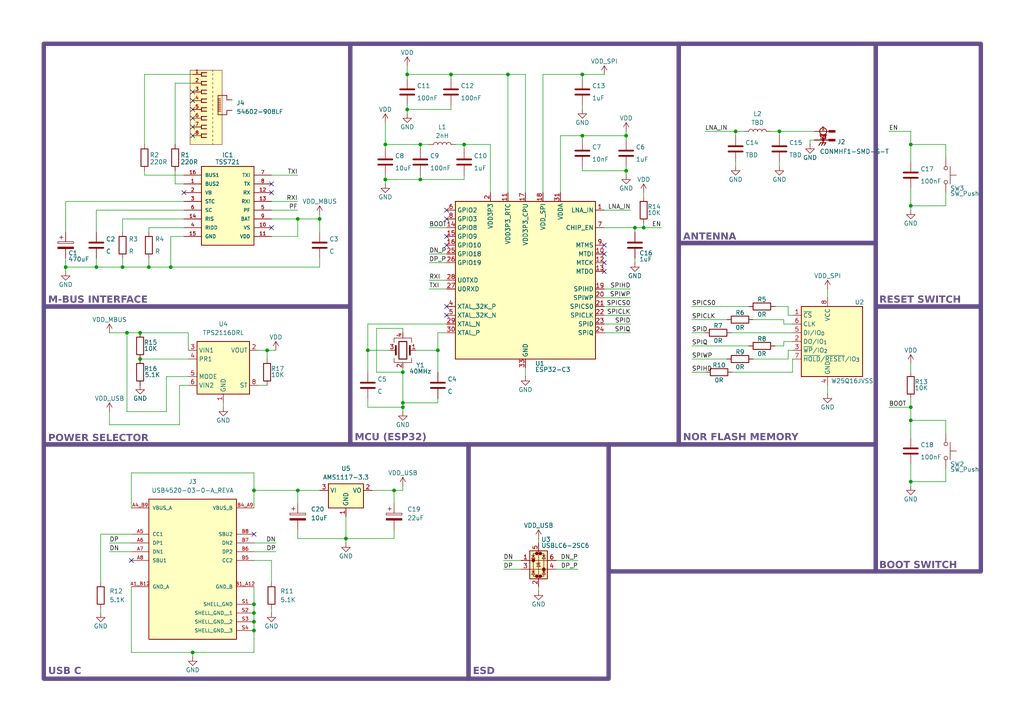
<source format=kicad_sch>
(kicad_sch (version 20250114) (generator "eeschema") (generator_version "9.0")
  (paper "A4")
  (lib_symbols
    (symbol "54602-908LF:54602-908LF" (pin_names (offset 1.016))
      (property "Reference" "J" (at 5.0956 10.1912 0))
      (property "Value" "54602-908LF" (at 5.1004 -10.2008 0))
      (symbol "54602-908LF_0_0"
        (pin passive line (at -2.54 10.16 0) (length 2.54) (name "~") (number "1"))
        (pin passive line (at -2.54 7.62 0) (length 2.54) (name "~") (number "2"))
        (pin passive line (at -2.54 5.08 0) (length 2.54) (name "~") (number "3"))
        (pin passive line (at -2.54 2.54 0) (length 2.54) (name "~") (number "4"))
        (pin passive line (at -2.54 0 0) (length 2.54) (name "~") (number "5"))
        (pin passive line (at -2.54 -2.54 0) (length 2.54) (name "~") (number "6"))
        (pin passive line (at -2.54 -5.08 0) (length 2.54) (name "~") (number "7"))
        (pin passive line (at -2.54 -7.62 0) (length 2.54) (name "~") (number "8"))
      )
    )
    (symbol "CONMHF1-SMD-G-T:CONMHF1-SMD-G-T" (pin_names (offset 1.016))
      (property "Reference" "J" (at -3.81 1.524 0))
      (property "Value" "CONMHF1-SMD-G-T" (at -4.064 -6.858 0))
      (symbol "CONMHF1-SMD-G-T_0_0"
        (pin passive line (at -2.54 0 0) (length 5.08) (name "~") (number "1"))
        (pin passive line (at -2.54 -2.54 0) (length 5.08) (name "~") (number "S1"))
        (pin passive line (at -2.54 -2.54 0) (length 5.08) (name "~") (number "S2"))
        (pin passive line (at -2.54 -2.54 0) (length 5.08) (name "~") (number "S3"))
      )
    )
    (symbol "Device:C" (pin_numbers (hide yes)) (pin_names (offset 0.254))
      (property "Reference" "C" (at 0.635 2.54 0))
      (property "Value" "C" (at 0.635 -2.54 0))
      (symbol "C_1_1"
        (pin passive line (at 0 3.81 270) (length 2.794) (name "~") (number "1"))
        (pin passive line (at 0 -3.81 90) (length 2.794) (name "~") (number "2"))
      )
    )
    (symbol "Device:C_Polarized" (pin_numbers (hide yes)) (pin_names (offset 0.254))
      (property "Reference" "C" (at 0.635 2.54 0))
      (property "Value" "C_Polarized" (at 0.635 -2.54 0))
      (symbol "C_Polarized_1_1"
        (pin passive line (at 0 3.81 270) (length 2.794) (name "~") (number "1"))
        (pin passive line (at 0 -3.81 90) (length 2.794) (name "~") (number "2"))
      )
    )
    (symbol "Device:Crystal_GND24" (pin_names (offset 1.016) (hide yes))
      (property "Reference" "Y" (at 3.175 5.08 0))
      (property "Value" "Crystal_GND24" (at 3.175 3.175 0))
      (symbol "Crystal_GND24_1_1"
        (pin passive line (at -3.81 0 0) (length 1.27) (name "1") (number "1"))
        (pin passive line (at 0 5.08 270) (length 1.27) (name "2") (number "2"))
        (pin passive line (at 0 -5.08 90) (length 1.27) (name "4") (number "4"))
        (pin passive line (at 3.81 0 180) (length 1.27) (name "3") (number "3"))
      )
    )
    (symbol "Device:L" (pin_numbers (hide yes)) (pin_names (offset 1.016) (hide yes))
      (property "Reference" "L" (at -1.27 0 90))
      (property "Value" "L" (at 1.905 0 90))
      (symbol "L_1_1"
        (pin passive line (at 0 3.81 270) (length 1.27) (name "1") (number "1"))
        (pin passive line (at 0 -3.81 90) (length 1.27) (name "2") (number "2"))
      )
    )
    (symbol "Device:R" (pin_numbers (hide yes)) (pin_names (offset 0))
      (property "Reference" "R" (at 2.032 0 90))
      (property "Value" "R" (at 0 0 90))
      (symbol "R_1_1"
        (pin passive line (at 0 3.81 270) (length 1.27) (name "~") (number "1"))
        (pin passive line (at 0 -3.81 90) (length 1.27) (name "~") (number "2"))
      )
    )
    (symbol "MCU_Espressif:ESP32-C3"
      (property "Reference" "U" (at -17.272 23.876 0))
      (property "Value" "ESP32-C3" (at 16.256 23.876 0))
      (symbol "ESP32-C3_1_1"
        (pin bidirectional line (at -22.86 20.32 0) (length 2.54) (name "GPIO2") (number "6"))
        (pin bidirectional line (at -22.86 17.78 0) (length 2.54) (name "GPIO3") (number "8"))
        (pin bidirectional line (at -22.86 15.24 0) (length 2.54) (name "GPIO8") (number "14"))
        (pin bidirectional line (at -22.86 12.7 0) (length 2.54) (name "GPIO9") (number "15"))
        (pin bidirectional line (at -22.86 10.16 0) (length 2.54) (name "GPIO10") (number "16"))
        (pin bidirectional line (at -22.86 7.62 0) (length 2.54) (name "GPIO18") (number "25"))
        (pin bidirectional line (at -22.86 5.08 0) (length 2.54) (name "GPIO19") (number "26"))
        (pin bidirectional line (at -22.86 0 0) (length 2.54) (name "U0TXD") (number "28"))
        (pin bidirectional line (at -22.86 -2.54 0) (length 2.54) (name "U0RXD") (number "27"))
        (pin bidirectional line (at -22.86 -7.62 0) (length 2.54) (name "XTAL_32K_P") (number "4"))
        (pin bidirectional line (at -22.86 -10.16 0) (length 2.54) (name "XTAL_32K_N") (number "5"))
        (pin bidirectional line (at -22.86 -12.7 0) (length 2.54) (name "XTAL_N") (number "29"))
        (pin bidirectional line (at -22.86 -15.24 0) (length 2.54) (name "XTAL_P") (number "30"))
        (pin power_in line (at -10.16 25.4 270) (length 2.54) (name "VDD3P3") (number "2"))
        (pin passive line (at -10.16 25.4 270) (length 2.54) (hide yes) (name "VDD3P3") (number "3"))
        (pin power_in line (at -5.08 25.4 270) (length 2.54) (name "VDD3P3_RTC") (number "11"))
        (pin power_in line (at 0 25.4 270) (length 2.54) (name "VDD3P3_CPU") (number "17"))
        (pin power_in line (at 0 -25.4 90) (length 2.54) (name "GND") (number "33"))
        (pin power_out line (at 5.08 25.4 270) (length 2.54) (name "VDD_SPI") (number "18"))
        (pin power_in line (at 10.16 25.4 270) (length 2.54) (name "VDDA") (number "31"))
        (pin passive line (at 10.16 25.4 270) (length 2.54) (hide yes) (name "VDDA") (number "32"))
        (pin bidirectional line (at 22.86 20.32 180) (length 2.54) (name "LNA_IN") (number "1"))
        (pin bidirectional line (at 22.86 15.24 180) (length 2.54) (name "CHIP_EN") (number "7"))
        (pin bidirectional line (at 22.86 10.16 180) (length 2.54) (name "MTMS") (number "9"))
        (pin bidirectional line (at 22.86 7.62 180) (length 2.54) (name "MTDI") (number "10"))
        (pin bidirectional line (at 22.86 5.08 180) (length 2.54) (name "MTCK") (number "12"))
        (pin bidirectional line (at 22.86 2.54 180) (length 2.54) (name "MTDO") (number "13"))
        (pin bidirectional line (at 22.86 -2.54 180) (length 2.54) (name "SPIHD") (number "19"))
        (pin bidirectional line (at 22.86 -5.08 180) (length 2.54) (name "SPIWP") (number "20"))
        (pin bidirectional line (at 22.86 -7.62 180) (length 2.54) (name "SPICS0") (number "21"))
        (pin bidirectional line (at 22.86 -10.16 180) (length 2.54) (name "SPICLK") (number "22"))
        (pin bidirectional line (at 22.86 -12.7 180) (length 2.54) (name "SPID") (number "23"))
        (pin bidirectional line (at 22.86 -15.24 180) (length 2.54) (name "SPIQ") (number "24"))
      )
    )
    (symbol "Memory_Flash:W25Q16JVSS"
      (property "Reference" "U" (at -6.35 11.43 0))
      (property "Value" "W25Q16JVSS" (at 7.62 11.43 0))
      (symbol "W25Q16JVSS_1_1"
        (pin input line (at -10.16 7.62 0) (length 2.54) (name "~{CS}") (number "1"))
        (pin input line (at -10.16 5.08 0) (length 2.54) (name "CLK") (number "6"))
        (pin bidirectional line (at -10.16 2.54 0) (length 2.54) (name "DI/IO_{0}") (number "5"))
        (pin bidirectional line (at -10.16 0 0) (length 2.54) (name "DO/IO_{1}") (number "2"))
        (pin bidirectional line (at -10.16 -2.54 0) (length 2.54) (name "~{WP}/IO_{2}") (number "3"))
        (pin bidirectional line (at -10.16 -5.08 0) (length 2.54) (name "~{HOLD}/~{RESET}/IO_{3}") (number "7"))
        (pin power_in line (at 0 12.7 270) (length 2.54) (name "VCC") (number "8"))
        (pin power_in line (at 0 -12.7 90) (length 2.54) (name "GND") (number "4"))
      )
    )
    (symbol "Power_Management:TPS2116DRL"
      (property "Reference" "U" (at -7.874 9.144 0))
      (property "Value" "TPS2116DRL" (at 0.508 -8.89 0))
      (symbol "TPS2116DRL_1_0"
        (pin power_out line (at 10.16 5.08 180) (length 2.54) (hide yes) (name "VOUT") (number "7"))
      )
      (symbol "TPS2116DRL_1_1"
        (pin power_in line (at -10.16 5.08 0) (length 2.54) (name "VIN1") (number "3"))
        (pin input line (at -10.16 2.54 0) (length 2.54) (name "PR1") (number "4"))
        (pin input line (at -10.16 -2.54 0) (length 2.54) (name "MODE") (number "5"))
        (pin power_in line (at -10.16 -5.08 0) (length 2.54) (name "VIN2") (number "6"))
        (pin power_in line (at 0 -10.16 90) (length 2.54) (name "GND") (number "1"))
        (pin power_out line (at 10.16 5.08 180) (length 2.54) (name "VOUT") (number "2"))
        (pin open_collector line (at 10.16 -5.08 180) (length 2.54) (name "ST") (number "8"))
      )
    )
    (symbol "Power_Protection:USBLC6-2SC6" (pin_names (hide yes))
      (property "Reference" "U" (at 0.635 5.715 0))
      (property "Value" "USBLC6-2SC6" (at 0.635 3.81 0))
      (symbol "USBLC6-2SC6_1_1"
        (pin passive line (at -5.08 0 0) (length 2.54) (name "I/O1") (number "1"))
        (pin passive line (at -5.08 -2.54 0) (length 2.54) (name "I/O2") (number "3"))
        (pin passive line (at 0 5.08 270) (length 2.54) (name "VBUS") (number "5"))
        (pin passive line (at 0 -7.62 90) (length 2.54) (name "GND") (number "2"))
        (pin passive line (at 5.08 0 180) (length 2.54) (name "I/O1") (number "6"))
        (pin passive line (at 5.08 -2.54 180) (length 2.54) (name "I/O2") (number "4"))
      )
    )
    (symbol "Regulator_Linear:AMS1117-3.3"
      (property "Reference" "U" (at -3.81 3.175 0))
      (property "Value" "AMS1117-3.3" (at 0 3.175 0))
      (symbol "AMS1117-3.3_1_1"
        (pin power_in line (at -7.62 0 0) (length 2.54) (name "VI") (number "3"))
        (pin power_in line (at 0 -7.62 90) (length 2.54) (name "GND") (number "1"))
        (pin power_out line (at 7.62 0 180) (length 2.54) (name "VO") (number "2"))
      )
    )
    (symbol "Switch:SW_Push" (pin_numbers (hide yes)) (pin_names (offset 1.016) (hide yes))
      (property "Reference" "SW" (at 1.27 2.54 0))
      (property "Value" "SW_Push" (at 0 -1.524 0))
      (symbol "SW_Push_0_1"
        (pin passive line (at -5.08 0 0) (length 2.54) (name "1") (number "1"))
        (pin passive line (at 5.08 0 180) (length 2.54) (name "2") (number "2"))
      )
    )
    (symbol "TSS721:TSS721" (pin_names (offset 1.016))
      (property "Reference" "IC" (at -12.7 15.24 0))
      (property "Value" "TSS721" (at -12.7 -10.16 0))
      (symbol "TSS721_0_0"
        (pin bidirectional line (at -17.78 12.7 0) (length 5.08) (name "BUS1") (number "16"))
        (pin bidirectional line (at -17.78 10.16 0) (length 5.08) (name "BUS2") (number "1"))
        (pin bidirectional line (at -17.78 7.62 0) (length 5.08) (name "VB") (number "2"))
        (pin bidirectional line (at -17.78 5.08 0) (length 5.08) (name "STC") (number "3"))
        (pin bidirectional line (at -17.78 2.54 0) (length 5.08) (name "SC") (number "6"))
        (pin bidirectional line (at -17.78 0 0) (length 5.08) (name "RIS") (number "14"))
        (pin bidirectional line (at -17.78 -2.54 0) (length 5.08) (name "RIDD") (number "4"))
        (pin bidirectional line (at -17.78 -5.08 0) (length 5.08) (name "GND") (number "15"))
        (pin bidirectional line (at 7.62 12.7 180) (length 5.08) (name "TXI") (number "7"))
        (pin bidirectional line (at 7.62 10.16 180) (length 5.08) (name "TX") (number "8"))
        (pin bidirectional line (at 7.62 7.62 180) (length 5.08) (name "RX") (number "12"))
        (pin bidirectional line (at 7.62 5.08 180) (length 5.08) (name "RXI") (number "13"))
        (pin bidirectional line (at 7.62 2.54 180) (length 5.08) (name "PF") (number "5"))
        (pin bidirectional line (at 7.62 0 180) (length 5.08) (name "BAT") (number "9"))
        (pin bidirectional line (at 7.62 -2.54 180) (length 5.08) (name "VS") (number "10"))
        (pin bidirectional line (at 7.62 -5.08 180) (length 5.08) (name "VDD") (number "11"))
      )
    )
    (symbol "USB4520-03-0-A_REVA:USB4520-03-0-A_REVA" (pin_names (offset 1.016))
      (property "Reference" "J" (at -12.7 16.002 0))
      (property "Value" "USB4520-03-0-A_REVA" (at -12.7 -26.162 0))
      (symbol "USB4520-03-0-A_REVA_0_0"
        (pin power_in line (at -17.78 12.7 0) (length 5.08) (name "VBUS_A") (number "A4_B9"))
        (pin bidirectional line (at -17.78 5.08 0) (length 5.08) (name "CC1") (number "A5"))
        (pin bidirectional line (at -17.78 2.54 0) (length 5.08) (name "DP1") (number "A6"))
        (pin bidirectional line (at -17.78 0 0) (length 5.08) (name "DN1") (number "A7"))
        (pin bidirectional line (at -17.78 -2.54 0) (length 5.08) (name "SBU1") (number "A8"))
        (pin power_in line (at -17.78 -10.16 0) (length 5.08) (name "GND_A") (number "A1_B12"))
        (pin power_in line (at 17.78 12.7 180) (length 5.08) (name "VBUS_B") (number "B4_A9"))
        (pin bidirectional line (at 17.78 5.08 180) (length 5.08) (name "SBU2") (number "B8"))
        (pin bidirectional line (at 17.78 2.54 180) (length 5.08) (name "DN2") (number "B7"))
        (pin bidirectional line (at 17.78 0 180) (length 5.08) (name "DP2") (number "B6"))
        (pin bidirectional line (at 17.78 -2.54 180) (length 5.08) (name "CC2") (number "B5"))
        (pin power_in line (at 17.78 -10.16 180) (length 5.08) (name "GND_B") (number "B1_A12"))
        (pin power_in line (at 17.78 -15.24 180) (length 5.08) (name "SHELL_GND") (number "S1"))
        (pin power_in line (at 17.78 -17.78 180) (length 5.08) (name "SHELL_GND__1") (number "S2"))
        (pin power_in line (at 17.78 -20.32 180) (length 5.08) (name "SHELL_GND__2") (number "S3"))
        (pin power_in line (at 17.78 -22.86 180) (length 5.08) (name "SHELL_GND__3") (number "S4"))
      )
    )
    (symbol "power:GND" (power) (pin_numbers (hide yes)) (pin_names (offset 0) (hide yes))
      (property "Value" "GND" (at 0 -3.81 0))
      (symbol "GND_1_1"
        (pin power_in line (at 0 0 270) (length 0) (name "~") (number "1"))
      )
    )
    (symbol "power:VDD" (power) (pin_numbers (hide yes)) (pin_names (offset 0) (hide yes))
      (property "Value" "VDD" (at 0 3.556 0))
      (symbol "VDD_1_1"
        (pin power_in line (at 0 0 90) (length 0) (name "~") (number "1"))
      )
    )
  )
  (rectangle (start 196.85 70.485) (end 254 128.905) (stroke (width 1.27) (color 99 78 137 1)))
  (rectangle (start 12.7 128.905) (end 135.89 196.85) (stroke (width 1.27) (color 99 78 137 1)))
  (rectangle (start 12.7 88.9) (end 101.6 128.905) (stroke (width 1.27) (color 99 78 137 1)))
  (rectangle (start 254 88.9) (end 284.48 165.735) (stroke (width 1.27) (color 99 78 137 1)))
  (rectangle (start 196.85 12.7) (end 254 70.485) (stroke (width 1.27) (color 99 78 137 1)))
  (rectangle (start 254 12.7) (end 284.48 88.9) (stroke (width 1.27) (color 99 78 137 1)))
  (rectangle (start 12.7 12.7) (end 101.6 88.9) (stroke (width 1.27) (color 99 78 137 1)))
  (rectangle (start 101.6 12.7) (end 196.85 128.905) (stroke (width 1.27) (color 99 78 137 1)))
  (rectangle (start 176.53 128.905) (end 254 165.735) (stroke (width 1.27) (color 99 78 137 1)))
  (rectangle (start 135.89 128.905) (end 176.53 196.85) (stroke (width 1.27) (color 99 78 137 1)))
  (text "NOR FLASH MEMORY\n" (at 198.12 128.778 0) (effects (font (size 2.032 2.032) (bold yes)) (justify left bottom)))
  (text "POWER SELECTOR\n" (at 13.97 129.032 0) (effects (font (size 2.032 2.032) (bold yes)) (justify left bottom)))
  (text "M-BUS INTERFACE" (at 13.97 88.9 0) (effects (font (size 2.032 2.032) (bold yes)) (justify left bottom)))
  (text "USB C\n" (at 13.97 196.596 0) (effects (font (size 2.032 2.032) (bold yes)) (justify left bottom)))
  (text "RESET SWITCH\n" (at 255.016 88.9 0) (effects (font (size 2.032 2.032) (bold yes)) (justify left bottom)))
  (text "ESD\n" (at 137.16 196.596 0) (effects (font (size 2.032 2.032) (bold yes)) (justify left bottom)))
  (text "ANTENNA\n" (at 198.12 70.612 0) (effects (font (size 2.032 2.032) (bold yes)) (justify left bottom)))
  (text "BOOT SWITCH\n" (at 255.016 165.862 0) (effects (font (size 2.032 2.032) (bold yes)) (justify left bottom)))
  (text "MCU (ESP32)\n" (at 102.87 128.778 0) (effects (font (size 2.032 2.032) (bold yes)) (justify left bottom)))
  (junction (at 100.33 156.21))
  (junction (at 116.84 118.11))
  (junction (at 121.92 41.91))
  (junction (at 264.16 41.91))
  (junction (at 186.69 66.04))
  (junction (at 264.16 118.11))
  (junction (at 86.36 63.5))
  (junction (at 121.92 52.07))
  (junction (at 86.36 142.24))
  (junction (at 35.56 77.47))
  (junction (at 127 101.6))
  (junction (at 147.32 21.59))
  (junction (at 118.11 21.59))
  (junction (at 168.91 21.59))
  (junction (at 116.84 116.84))
  (junction (at 213.36 38.1))
  (junction (at 73.66 182.88))
  (junction (at 19.05 77.47))
  (junction (at 181.61 39.37))
  (junction (at 264.16 121.92))
  (junction (at 181.61 49.53))
  (junction (at 27.94 77.47))
  (junction (at 40.64 96.52))
  (junction (at 118.11 31.75))
  (junction (at 130.81 21.59))
  (junction (at 111.76 41.91))
  (junction (at 264.16 59.69))
  (junction (at 264.16 139.7))
  (junction (at 106.68 101.6))
  (junction (at 114.3 142.24))
  (junction (at 168.91 39.37))
  (junction (at 55.88 189.23))
  (junction (at 49.53 77.47))
  (junction (at 73.66 142.24))
  (junction (at 111.76 52.07))
  (junction (at 184.15 66.04))
  (junction (at 43.18 77.47))
  (junction (at 77.47 101.6))
  (junction (at 73.66 180.34))
  (junction (at 226.06 38.1))
  (junction (at 73.66 175.26))
  (junction (at 116.84 107.95))
  (junction (at 134.62 41.91))
  (junction (at 73.66 177.8))
  (junction (at 92.71 63.5))
  (junction (at 36.83 96.52))
  (junction (at 40.64 104.14))
  (no_connect (at 55.88 39.37))
  (no_connect (at 78.74 53.34))
  (no_connect (at 175.26 71.12))
  (no_connect (at 73.66 154.94))
  (no_connect (at 129.54 68.58))
  (no_connect (at 53.34 55.88))
  (no_connect (at 175.26 78.74))
  (no_connect (at 55.88 31.75))
  (no_connect (at 38.1 162.56))
  (no_connect (at 129.54 91.44))
  (no_connect (at 55.88 36.83))
  (no_connect (at 55.88 26.67))
  (no_connect (at 175.26 73.66))
  (no_connect (at 55.88 34.29))
  (no_connect (at 129.54 88.9))
  (no_connect (at 175.26 76.2))
  (no_connect (at 78.74 66.04))
  (no_connect (at 129.54 60.96))
  (no_connect (at 129.54 63.5))
  (no_connect (at 78.74 55.88))
  (no_connect (at 129.54 71.12))
  (no_connect (at 55.88 29.21))
  (wire (pts (xy 162.56 39.37) (xy 162.56 55.88)))
  (wire (pts (xy 228.6 88.9) (xy 224.79 88.9)))
  (wire (pts (xy 80.01 160.02) (xy 73.66 160.02)))
  (wire (pts (xy 175.26 66.04) (xy 184.15 66.04)))
  (wire (pts (xy 41.91 41.91) (xy 41.91 21.59)))
  (wire (pts (xy 36.83 96.52) (xy 40.64 96.52)))
  (wire (pts (xy 184.15 76.2) (xy 184.15 74.93)))
  (wire (pts (xy 19.05 74.93) (xy 19.05 77.47)))
  (wire (pts (xy 175.26 88.9) (xy 182.88 88.9)))
  (wire (pts (xy 52.07 123.19) (xy 52.07 111.76)))
  (wire (pts (xy 92.71 63.5) (xy 92.71 67.31)))
  (wire (pts (xy 73.66 157.48) (xy 80.01 157.48)))
  (wire (pts (xy 92.71 74.93) (xy 92.71 77.47)))
  (wire (pts (xy 274.32 121.92) (xy 274.32 125.73)))
  (wire (pts (xy 116.84 116.84) (xy 116.84 118.11)))
  (wire (pts (xy 213.36 39.37) (xy 213.36 38.1)))
  (wire (pts (xy 77.47 101.6) (xy 77.47 104.14)))
  (wire (pts (xy 114.3 142.24) (xy 116.84 142.24)))
  (wire (pts (xy 234.95 40.64) (xy 236.22 40.64)))
  (wire (pts (xy 264.16 41.91) (xy 264.16 46.99)))
  (wire (pts (xy 29.21 154.94) (xy 29.21 168.91)))
  (wire (pts (xy 19.05 78.74) (xy 19.05 77.47)))
  (wire (pts (xy 111.76 43.18) (xy 111.76 41.91)))
  (wire (pts (xy 77.47 111.76) (xy 74.93 111.76)))
  (wire (pts (xy 78.74 162.56) (xy 78.74 168.91)))
  (wire (pts (xy 200.66 107.95) (xy 204.7481 107.95)))
  (wire (pts (xy 116.84 96.52) (xy 116.84 95.25)))
  (wire (pts (xy 118.11 21.59) (xy 118.11 22.86)))
  (wire (pts (xy 157.48 21.59) (xy 168.91 21.59)))
  (wire (pts (xy 234.95 41.91) (xy 234.95 40.64)))
  (wire (pts (xy 227.33 92.71) (xy 227.33 93.98)))
  (wire (pts (xy 100.33 157.48) (xy 100.33 156.21)))
  (wire (pts (xy 86.36 63.5) (xy 92.71 63.5)))
  (wire (pts (xy 40.64 104.14) (xy 54.61 104.14)))
  (wire (pts (xy 77.47 101.6) (xy 74.93 101.6)))
  (wire (pts (xy 168.91 40.64) (xy 168.91 39.37)))
  (wire (pts (xy 31.75 96.52) (xy 36.83 96.52)))
  (wire (pts (xy 73.66 142.24) (xy 86.36 142.24)))
  (wire (pts (xy 38.1 189.23) (xy 38.1 170.18)))
  (wire (pts (xy 181.61 50.8) (xy 181.61 49.53)))
  (wire (pts (xy 50.8 53.34) (xy 53.34 53.34)))
  (wire (pts (xy 157.48 21.59) (xy 157.48 55.88)))
  (wire (pts (xy 186.69 55.88) (xy 186.69 57.15)))
  (wire (pts (xy 167.64 162.56) (xy 161.29 162.56)))
  (wire (pts (xy 162.56 39.37) (xy 168.91 39.37)))
  (wire (pts (xy 118.11 31.75) (xy 130.81 31.75)))
  (wire (pts (xy 73.66 170.18) (xy 73.66 175.26)))
  (wire (pts (xy 218.44 92.71) (xy 227.33 92.71)))
  (wire (pts (xy 167.64 165.1) (xy 161.29 165.1)))
  (wire (pts (xy 106.68 115.57) (xy 106.68 118.11)))
  (wire (pts (xy 38.1 147.32) (xy 38.1 137.16)))
  (wire (pts (xy 111.76 35.56) (xy 111.76 41.91)))
  (wire (pts (xy 130.81 21.59) (xy 130.81 22.86)))
  (wire (pts (xy 121.92 52.07) (xy 111.76 52.07)))
  (wire (pts (xy 78.74 50.8) (xy 86.36 50.8)))
  (wire (pts (xy 48.26 119.38) (xy 48.26 109.22)))
  (wire (pts (xy 118.11 21.59) (xy 130.81 21.59)))
  (wire (pts (xy 146.05 165.1) (xy 151.13 165.1)))
  (wire (pts (xy 19.05 58.42) (xy 19.05 67.31)))
  (wire (pts (xy 168.91 21.59) (xy 175.26 21.59)))
  (wire (pts (xy 31.75 119.38) (xy 31.75 123.19)))
  (wire (pts (xy 48.26 109.22) (xy 54.61 109.22)))
  (wire (pts (xy 200.66 92.71) (xy 210.82 92.71)))
  (wire (pts (xy 121.92 41.91) (xy 121.92 43.18)))
  (wire (pts (xy 73.66 180.34) (xy 73.66 182.88)))
  (wire (pts (xy 146.05 162.56) (xy 151.13 162.56)))
  (wire (pts (xy 116.84 107.95) (xy 116.84 116.84)))
  (wire (pts (xy 240.03 83.82) (xy 240.03 86.36)))
  (wire (pts (xy 50.8 49.53) (xy 50.8 53.34)))
  (wire (pts (xy 168.91 21.59) (xy 168.91 22.86)))
  (wire (pts (xy 184.15 66.04) (xy 186.69 66.04)))
  (wire (pts (xy 264.16 54.61) (xy 264.16 59.69)))
  (wire (pts (xy 118.11 19.05) (xy 118.11 21.59)))
  (wire (pts (xy 86.36 60.96) (xy 78.74 60.96)))
  (wire (pts (xy 175.26 93.98) (xy 182.88 93.98)))
  (wire (pts (xy 78.74 177.8) (xy 78.74 176.53)))
  (wire (pts (xy 182.88 96.52) (xy 175.26 96.52)))
  (wire (pts (xy 184.15 66.04) (xy 184.15 67.31)))
  (wire (pts (xy 223.52 38.1) (xy 226.06 38.1)))
  (wire (pts (xy 181.61 38.1) (xy 181.61 39.37)))
  (wire (pts (xy 41.91 21.59) (xy 55.88 21.59)))
  (wire (pts (xy 73.66 189.23) (xy 55.88 189.23)))
  (wire (pts (xy 116.84 119.38) (xy 116.84 118.11)))
  (wire (pts (xy 264.16 121.92) (xy 264.16 127)))
  (wire (pts (xy 168.91 31.75) (xy 168.91 30.48)))
  (wire (pts (xy 124.46 76.2) (xy 129.54 76.2)))
  (wire (pts (xy 204.47 38.1) (xy 213.36 38.1)))
  (wire (pts (xy 130.81 21.59) (xy 147.32 21.59)))
  (wire (pts (xy 100.33 156.21) (xy 114.3 156.21)))
  (wire (pts (xy 73.66 147.32) (xy 73.66 142.24)))
  (wire (pts (xy 36.83 96.52) (xy 36.83 119.38)))
  (wire (pts (xy 50.8 24.13) (xy 55.88 24.13)))
  (wire (pts (xy 86.36 146.05) (xy 86.36 142.24)))
  (wire (pts (xy 55.88 189.23) (xy 38.1 189.23)))
  (wire (pts (xy 73.66 142.24) (xy 73.66 137.16)))
  (wire (pts (xy 116.84 95.25) (xy 109.22 95.25)))
  (wire (pts (xy 226.06 48.26) (xy 226.06 46.99)))
  (wire (pts (xy 38.1 137.16) (xy 73.66 137.16)))
  (wire (pts (xy 107.95 142.24) (xy 114.3 142.24)))
  (wire (pts (xy 116.84 140.97) (xy 116.84 142.24)))
  (wire (pts (xy 54.61 96.52) (xy 54.61 101.6)))
  (wire (pts (xy 227.33 99.06) (xy 227.33 100.33)))
  (wire (pts (xy 274.32 41.91) (xy 274.32 45.72)))
  (wire (pts (xy 181.61 49.53) (xy 181.61 48.26)))
  (wire (pts (xy 118.11 31.75) (xy 118.11 30.48)))
  (wire (pts (xy 80.01 101.6) (xy 77.47 101.6)))
  (wire (pts (xy 264.16 139.7) (xy 274.32 139.7)))
  (wire (pts (xy 168.91 39.37) (xy 181.61 39.37)))
  (wire (pts (xy 147.32 21.59) (xy 152.4 21.59)))
  (wire (pts (xy 134.62 50.8) (xy 134.62 52.07)))
  (wire (pts (xy 35.56 74.93) (xy 35.56 77.47)))
  (wire (pts (xy 130.81 31.75) (xy 130.81 30.48)))
  (wire (pts (xy 156.21 171.45) (xy 156.21 170.18)))
  (wire (pts (xy 29.21 177.8) (xy 29.21 176.53)))
  (wire (pts (xy 127 107.95) (xy 127 101.6)))
  (wire (pts (xy 152.4 106.68) (xy 152.4 109.22)))
  (wire (pts (xy 147.32 21.59) (xy 147.32 55.88)))
  (wire (pts (xy 41.91 50.8) (xy 41.91 49.53)))
  (wire (pts (xy 264.16 41.91) (xy 274.32 41.91)))
  (wire (pts (xy 106.68 101.6) (xy 113.03 101.6)))
  (wire (pts (xy 78.74 162.56) (xy 73.66 162.56)))
  (wire (pts (xy 186.69 66.04) (xy 186.69 64.77)))
  (wire (pts (xy 127 96.52) (xy 129.54 96.52)))
  (wire (pts (xy 53.34 68.58) (xy 49.53 68.58)))
  (wire (pts (xy 78.74 58.42) (xy 86.36 58.42)))
  (wire (pts (xy 175.26 60.96) (xy 182.88 60.96)))
  (wire (pts (xy 175.26 83.82) (xy 182.88 83.82)))
  (wire (pts (xy 86.36 153.67) (xy 86.36 156.21)))
  (wire (pts (xy 257.81 118.11) (xy 264.16 118.11)))
  (wire (pts (xy 124.46 73.66) (xy 129.54 73.66)))
  (wire (pts (xy 114.3 156.21) (xy 114.3 153.67)))
  (wire (pts (xy 121.92 41.91) (xy 124.46 41.91)))
  (wire (pts (xy 111.76 41.91) (xy 121.92 41.91)))
  (wire (pts (xy 106.68 118.11) (xy 116.84 118.11)))
  (wire (pts (xy 124.46 83.82) (xy 129.54 83.82)))
  (wire (pts (xy 274.32 135.89) (xy 274.32 139.7)))
  (wire (pts (xy 226.06 38.1) (xy 236.22 38.1)))
  (wire (pts (xy 175.26 86.36) (xy 182.88 86.36)))
  (wire (pts (xy 229.87 107.95) (xy 229.87 104.14)))
  (wire (pts (xy 127 101.6) (xy 127 96.52)))
  (wire (pts (xy 116.84 116.84) (xy 127 116.84)))
  (wire (pts (xy 227.33 99.06) (xy 229.87 99.06)))
  (wire (pts (xy 186.69 66.04) (xy 191.77 66.04)))
  (wire (pts (xy 212.09 96.52) (xy 229.87 96.52)))
  (wire (pts (xy 264.16 38.1) (xy 264.16 41.91)))
  (wire (pts (xy 116.84 107.95) (xy 116.84 106.68)))
  (wire (pts (xy 43.18 66.04) (xy 43.18 67.31)))
  (wire (pts (xy 240.03 114.3) (xy 240.03 111.76)))
  (wire (pts (xy 31.75 157.48) (xy 38.1 157.48)))
  (wire (pts (xy 31.75 123.19) (xy 52.07 123.19)))
  (wire (pts (xy 227.33 93.98) (xy 229.87 93.98)))
  (wire (pts (xy 200.66 88.9) (xy 217.17 88.9)))
  (wire (pts (xy 118.11 33.02) (xy 118.11 31.75)))
  (wire (pts (xy 264.16 134.62) (xy 264.16 139.7)))
  (wire (pts (xy 181.61 39.37) (xy 181.61 40.64)))
  (wire (pts (xy 86.36 68.58) (xy 78.74 68.58)))
  (wire (pts (xy 100.33 156.21) (xy 100.33 149.86)))
  (wire (pts (xy 19.05 58.42) (xy 53.34 58.42)))
  (wire (pts (xy 27.94 67.31) (xy 27.94 60.96)))
  (wire (pts (xy 228.6 101.6) (xy 229.87 101.6)))
  (wire (pts (xy 156.21 156.21) (xy 156.21 157.48)))
  (wire (pts (xy 257.81 38.1) (xy 264.16 38.1)))
  (wire (pts (xy 200.66 104.14) (xy 210.82 104.14)))
  (wire (pts (xy 264.16 59.69) (xy 274.32 59.69)))
  (wire (pts (xy 124.46 81.28) (xy 129.54 81.28)))
  (wire (pts (xy 213.36 48.26) (xy 213.36 46.99)))
  (wire (pts (xy 111.76 53.34) (xy 111.76 52.07)))
  (wire (pts (xy 43.18 66.04) (xy 53.34 66.04)))
  (wire (pts (xy 92.71 77.47) (xy 49.53 77.47)))
  (wire (pts (xy 134.62 52.07) (xy 121.92 52.07)))
  (wire (pts (xy 134.62 41.91) (xy 142.24 41.91)))
  (wire (pts (xy 213.36 38.1) (xy 215.9 38.1)))
  (wire (pts (xy 264.16 105.41) (xy 264.16 107.95)))
  (wire (pts (xy 264.16 121.92) (xy 274.32 121.92)))
  (wire (pts (xy 50.8 41.91) (xy 50.8 24.13)))
  (wire (pts (xy 73.66 175.26) (xy 73.66 177.8)))
  (wire (pts (xy 86.36 156.21) (xy 100.33 156.21)))
  (wire (pts (xy 109.22 107.95) (xy 116.84 107.95)))
  (wire (pts (xy 92.71 62.23) (xy 92.71 63.5)))
  (wire (pts (xy 27.94 60.96) (xy 53.34 60.96)))
  (wire (pts (xy 226.06 38.1) (xy 226.06 39.37)))
  (wire (pts (xy 106.68 101.6) (xy 106.68 107.95)))
  (wire (pts (xy 228.6 91.44) (xy 229.87 91.44)))
  (wire (pts (xy 73.66 177.8) (xy 73.66 180.34)))
  (wire (pts (xy 121.92 50.8) (xy 121.92 52.07)))
  (wire (pts (xy 31.75 160.02) (xy 38.1 160.02)))
  (wire (pts (xy 168.91 49.53) (xy 181.61 49.53)))
  (wire (pts (xy 127 116.84) (xy 127 115.57)))
  (wire (pts (xy 36.83 119.38) (xy 48.26 119.38)))
  (wire (pts (xy 78.74 63.5) (xy 86.36 63.5)))
  (wire (pts (xy 55.88 190.5) (xy 55.88 189.23)))
  (wire (pts (xy 264.16 118.11) (xy 264.16 115.57)))
  (wire (pts (xy 212.3681 107.95) (xy 229.87 107.95)))
  (wire (pts (xy 264.16 118.11) (xy 264.16 121.92)))
  (wire (pts (xy 200.66 96.52) (xy 204.47 96.52)))
  (wire (pts (xy 40.64 96.52) (xy 54.61 96.52)))
  (wire (pts (xy 109.22 95.25) (xy 109.22 107.95)))
  (wire (pts (xy 29.21 154.94) (xy 38.1 154.94)))
  (wire (pts (xy 111.76 52.07) (xy 111.76 50.8)))
  (wire (pts (xy 35.56 63.5) (xy 53.34 63.5)))
  (wire (pts (xy 200.66 100.33) (xy 217.17 100.33)))
  (wire (pts (xy 120.65 101.6) (xy 127 101.6)))
  (wire (pts (xy 27.94 77.47) (xy 35.56 77.47)))
  (wire (pts (xy 35.56 77.47) (xy 43.18 77.47)))
  (wire (pts (xy 228.6 91.44) (xy 228.6 88.9)))
  (wire (pts (xy 175.26 91.44) (xy 182.88 91.44)))
  (wire (pts (xy 132.08 41.91) (xy 134.62 41.91)))
  (wire (pts (xy 134.62 43.18) (xy 134.62 41.91)))
  (wire (pts (xy 86.36 63.5) (xy 86.36 68.58)))
  (wire (pts (xy 73.66 182.88) (xy 73.66 189.23)))
  (wire (pts (xy 142.24 41.91) (xy 142.24 55.88)))
  (wire (pts (xy 86.36 142.24) (xy 92.71 142.24)))
  (wire (pts (xy 264.16 60.96) (xy 264.16 59.69)))
  (wire (pts (xy 43.18 74.93) (xy 43.18 77.47)))
  (wire (pts (xy 19.05 77.47) (xy 27.94 77.47)))
  (wire (pts (xy 41.91 50.8) (xy 53.34 50.8)))
  (wire (pts (xy 49.53 68.58) (xy 49.53 77.47)))
  (wire (pts (xy 228.6 104.14) (xy 228.6 101.6)))
  (wire (pts (xy 64.77 118.11) (xy 64.77 116.84)))
  (wire (pts (xy 152.4 21.59) (xy 152.4 55.88)))
  (wire (pts (xy 106.68 93.98) (xy 106.68 101.6)))
  (wire (pts (xy 274.32 55.88) (xy 274.32 59.69)))
  (wire (pts (xy 218.44 104.14) (xy 228.6 104.14)))
  (wire (pts (xy 35.56 67.31) (xy 35.56 63.5)))
  (wire (pts (xy 129.54 93.98) (xy 106.68 93.98)))
  (wire (pts (xy 227.33 100.33) (xy 224.79 100.33)))
  (wire (pts (xy 52.07 111.76) (xy 54.61 111.76)))
  (wire (pts (xy 264.16 140.97) (xy 264.16 139.7)))
  (wire (pts (xy 124.46 66.04) (xy 129.54 66.04)))
  (wire (pts (xy 27.94 77.47) (xy 27.94 74.93)))
  (wire (pts (xy 49.53 77.47) (xy 43.18 77.47)))
  (wire (pts (xy 114.3 142.24) (xy 114.3 146.05)))
  (wire (pts (xy 168.91 49.53) (xy 168.91 48.26)))
  (label "DP" (at 31.75 157.48 0))
  (label "BOOT" (at 124.46 66.04 0))
  (label "SPICS0" (at 200.66 88.9 0))
  (label "SPID" (at 182.88 93.98 180))
  (label "DN" (at 146.05 162.56 0))
  (label "RXI" (at 86.36 58.42 180))
  (label "SPIWP" (at 200.66 104.14 0))
  (label "RXI" (at 124.46 81.28 0))
  (label "DP_P" (at 167.64 165.1 180))
  (label "PF" (at 86.36 60.96 180))
  (label "DP" (at 146.05 165.1 0))
  (label "LNA_IN" (at 204.47 38.1 0))
  (label "DP_P" (at 124.46 76.2 0))
  (label "DN" (at 31.75 160.02 0))
  (label "BOOT" (at 257.81 118.11 0))
  (label "SPICLK" (at 182.88 91.44 180))
  (label "SPICLK" (at 200.66 92.71 0))
  (label "EN" (at 257.81 38.1 0))
  (label "DN" (at 80.01 157.48 180))
  (label "SPIQ" (at 182.88 96.52 180))
  (label "DN_P" (at 167.64 162.56 180))
  (label "SPIWP" (at 182.88 86.36 180))
  (label "TXI" (at 86.36 50.8 180))
  (label "SPIHD" (at 182.88 83.82 180))
  (label "SPIQ" (at 200.66 100.33 0))
  (label "SPICS0" (at 182.88 88.9 180))
  (label "EN" (at 191.77 66.04 180))
  (label "DP" (at 80.01 160.02 180))
  (label "TXI" (at 124.46 83.82 0))
  (label "SPID" (at 200.66 96.52 0))
  (label "SPIHD" (at 200.66 107.95 0))
  (label "LNA_IN" (at 182.88 60.96 180))
  (label "DN_P" (at 124.46 73.66 0))
  (symbol (lib_id "power:GND") (at 29.21 177.8 0) (unit 1)
    (property "Reference" "#PWR033" (effects (hide yes)))
    (property "Value" "GND" (at 29.21 181.61 0))
    (property "Description" "Power symbol creates a global label with name \"GND\" , ground" (effects (hide yes)))
  )
  (symbol (lib_id "power:GND") (at 118.11 33.02 0) (unit 1)
    (property "Reference" "#PWR09" (effects (hide yes)))
    (property "Value" "GND" (at 118.11 36.83 0))
    (property "Description" "Power symbol creates a global label with name \"GND\" , ground" (effects (hide yes)))
  )
  (symbol (lib_id "Device:R") (at 208.5581 107.95 90) (unit 1)
    (property "Reference" "R10" (at 208.5581 105.918 90))
    (property "Value" "0R" (at 208.5581 110.236 90))
    (property "Footprint" "Resistor_SMD:R_0402_1005Metric" (effects (hide yes)))
    (property "Description" "Resistor" (effects (hide yes)))
  )
  (symbol (lib_id "Switch:SW_Push") (at 274.32 50.8 270) (mirror x) (unit 1)
    (property "Reference" "SW3" (at 275.59 54.61 90) (effects (justify left)))
    (property "Value" "SW_Push" (at 275.59 56.134 90) (effects (justify left)))
    (property "Description" "Push button switch, generic, two pins" (effects (hide yes)))
  )
  (symbol (lib_id "power:GND") (at 156.21 171.45 0) (unit 1)
    (property "Reference" "#PWR021" (effects (hide yes)))
    (property "Value" "GND" (at 156.21 175.26 0))
    (property "Description" "Power symbol creates a global label with name \"GND\" , ground" (effects (hide yes)))
  )
  (symbol (lib_id "Device:C") (at 118.11 26.67 0) (unit 1)
    (property "Reference" "C11" (at 120.904 24.892 0) (effects (justify left)))
    (property "Value" "100nF" (at 120.904 28.448 0) (effects (justify left)))
    (property "Description" "Unpolarized capacitor" (effects (hide yes)))
  )
  (symbol (lib_id "Device:R") (at 35.56 71.12 0) (unit 1)
    (property "Reference" "R3" (at 37.338 69.342 0) (effects (justify left)))
    (property "Value" "R" (at 37.338 72.898 0) (effects (justify left)))
    (property "Description" "Resistor" (effects (hide yes)))
  )
  (symbol (lib_id "Device:C_Polarized") (at 86.36 149.86 0) (unit 1)
    (property "Reference" "C20" (at 90.17 147.7009 0) (effects (justify left)))
    (property "Value" "10uF" (at 90.17 150.2409 0) (effects (justify left)))
    (property "Description" "Polarized capacitor" (effects (hide yes)))
  )
  (symbol (lib_id "Power_Protection:USBLC6-2SC6") (at 156.21 162.56 0) (unit 1)
    (property "Reference" "U3" (at 156.972 156.464 0) (effects (justify left)))
    (property "Value" "USBLC6-2SC6" (at 156.972 158.242 0) (effects (justify left)))
    (property "Footprint" "Package_TO_SOT_SMD:SOT-23-6" (effects (hide yes)))
    (property "Datasheet" "https://www.st.com/resource/en/datasheet/usblc6-2.pdf" (effects (hide yes)))
    (property "Description" "Very low capacitance ESD protection diode, 2 data-line, SOT-23-6" (effects (hide yes)))
  )
  (symbol (lib_id "Device:R") (at 220.98 100.33 90) (unit 1)
    (property "Reference" "R8" (at 220.98 98.298 90))
    (property "Value" "0R" (at 220.98 102.616 90))
    (property "Footprint" "Resistor_SMD:R_0402_1005Metric" (effects (hide yes)))
    (property "Description" "Resistor" (effects (hide yes)))
  )
  (symbol (lib_id "Device:R") (at 29.21 172.72 0) (unit 1)
    (property "Reference" "R12" (at 31.75 171.45 0) (effects (justify left)))
    (property "Value" "5.1K" (at 31.75 173.99 0) (effects (justify left)))
    (property "Description" "Resistor" (effects (hide yes)))
  )
  (symbol (lib_id "power:GND") (at 55.88 190.5 0) (unit 1)
    (property "Reference" "#PWR031" (effects (hide yes)))
    (property "Value" "GND" (at 55.88 194.31 0))
    (property "Description" "Power symbol creates a global label with name \"GND\" , ground" (effects (hide yes)))
  )
  (symbol (lib_id "Device:C") (at 184.15 71.12 0) (unit 1)
    (property "Reference" "C16" (at 185.42 73.406 0) (effects (justify left)))
    (property "Value" "1uF" (at 185.42 75.184 0) (effects (justify left)))
    (property "Description" "Unpolarized capacitor" (effects (hide yes)))
  )
  (symbol (lib_id "Device:L") (at 128.27 41.91 90) (unit 1)
    (property "Reference" "L1" (at 128.27 36.83 90))
    (property "Value" "2nH" (at 128.27 39.37 90))
    (property "Description" "Inductor" (effects (hide yes)))
  )
  (symbol (lib_id "power:GND") (at 240.03 114.3 0) (unit 1)
    (property "Reference" "#PWR014" (effects (hide yes)))
    (property "Value" "GND" (at 240.03 118.11 0))
    (property "Description" "Power symbol creates a global label with name \"GND\" , ground" (effects (hide yes)))
  )
  (symbol (lib_id "TSS721:TSS721") (at 71.12 63.5 0) (unit 1)
    (property "Reference" "IC1" (at 66.04 44.958 0))
    (property "Value" "TSS721" (at 66.04 46.99 0))
    (property "Footprint" "TSS721:SO16" (effects (hide yes)))
    (property "Datasheet" "https://www.ti.com/lit/ds/symlink/tss721a.pdf?HQS=dis-dk-null-digikeymode-dsf-pf-null-wwe&ts=1748937332925&ref_url=https%253A%252F%252Fwww.ti.com%252Fgeneral%252Fdocs%252Fsuppproductinfo.tsp%253FdistId%253D10%2526gotoUrl%253Dhttps%253A%252F%252Fwww.ti.com%252Flit%252Fgpn%252Ftss721a" (effects (hide yes)))
    (property "MF" "Texas Instruments" (effects (hide yes)))
    (property "Description_1" "1/1 Transceiver Half Meter Bus 16-SOIC" (effects (hide yes)))
    (property "Package" "None" (effects (hide yes)))
    (property "Price" "None" (effects (hide yes)))
    (property "SnapEDA_Link" "https://www.snapeda.com/parts/TSS721/Texas+Instruments/view-part/?ref=snap" (effects (hide yes)))
    (property "MP" "TSS721" (effects (hide yes)))
    (property "Availability" "Not in stock" (effects (hide yes)))
    (property "Check_prices" "https://www.snapeda.com/parts/TSS721/Texas+Instruments/view-part/?ref=eda" (effects (hide yes)))
  )
  (symbol (lib_id "Device:C") (at 264.16 50.8 0) (unit 1)
    (property "Reference" "C17" (at 266.954 49.022 0) (effects (justify left)))
    (property "Value" "100nF" (at 266.954 52.578 0) (effects (justify left)))
    (property "Description" "Unpolarized capacitor" (effects (hide yes)))
  )
  (symbol (lib_id "Device:R") (at 78.74 172.72 0) (unit 1)
    (property "Reference" "R11" (at 81.28 171.45 0) (effects (justify left)))
    (property "Value" "5.1K" (at 81.28 173.99 0) (effects (justify left)))
    (property "Description" "Resistor" (effects (hide yes)))
  )
  (symbol (lib_id "Device:L") (at 219.71 38.1 90) (unit 1)
    (property "Reference" "L2" (at 219.71 33.02 90))
    (property "Value" "TBD" (at 219.71 35.56 90))
    (property "Description" "Inductor" (effects (hide yes)))
  )
  (symbol (lib_id "Device:C") (at 226.06 43.18 0) (unit 1)
    (property "Reference" "C15" (at 228.854 41.402 0) (effects (justify left)))
    (property "Value" "TBD" (at 228.854 44.958 0) (effects (justify left)))
    (property "Description" "Unpolarized capacitor" (effects (hide yes)))
  )
  (symbol (lib_id "Device:R") (at 208.28 96.52 90) (unit 1)
    (property "Reference" "R7" (at 208.28 94.488 90))
    (property "Value" "0R" (at 208.28 98.806 90))
    (property "Footprint" "Resistor_SMD:R_0402_1005Metric" (effects (hide yes)))
    (property "Description" "Resistor" (effects (hide yes)))
  )
  (symbol (lib_id "Power_Management:TPS2116DRL") (at 64.77 106.68 0) (unit 1)
    (property "Reference" "U4" (at 64.77 93.98 0))
    (property "Value" "TPS2116DRL" (at 64.77 96.52 0))
    (property "Footprint" "Package_TO_SOT_SMD:SOT-583-8" (effects (hide yes)))
    (property "Datasheet" "https://www.ti.com/lit/ds/symlink/tps2116.pdf" (effects (hide yes)))
    (property "Description" "2 Channnels Power Mux with Manual and Priority Switchover, 1.6-5.5V Input Voltage, 2.5A Output Current, Ron 40 mOhm, SOT-583-8" (effects (hide yes)))
  )
  (symbol (lib_id "power:GND") (at 78.74 177.8 0) (unit 1)
    (property "Reference" "#PWR032" (effects (hide yes)))
    (property "Value" "GND" (at 78.74 181.61 0))
    (property "Description" "Power symbol creates a global label with name \"GND\" , ground" (effects (hide yes)))
  )
  (symbol (lib_id "power:VDD") (at 111.76 35.56 0) (unit 1)
    (property "Reference" "#PWR05" (effects (hide yes)))
    (property "Value" "VDD" (at 111.76 31.75 0))
    (property "Description" "Power symbol creates a global label with name \"VDD\"" (effects (hide yes)))
  )
  (symbol (lib_id "power:GND") (at 116.84 119.38 0) (unit 1)
    (property "Reference" "#PWR04" (effects (hide yes)))
    (property "Value" "GND" (at 116.84 123.19 0))
    (property "Description" "Power symbol creates a global label with name \"GND\" , ground" (effects (hide yes)))
  )
  (symbol (lib_id "power:GND") (at 181.61 50.8 0) (unit 1)
    (property "Reference" "#PWR06" (effects (hide yes)))
    (property "Value" "GND" (at 181.61 54.61 0))
    (property "Description" "Power symbol creates a global label with name \"GND\" , ground" (effects (hide yes)))
  )
  (symbol (lib_id "power:VDD") (at 118.11 19.05 0) (unit 1)
    (property "Reference" "#PWR010" (effects (hide yes)))
    (property "Value" "VDD" (at 118.11 15.24 0))
    (property "Description" "Power symbol creates a global label with name \"VDD\"" (effects (hide yes)))
  )
  (symbol (lib_id "Device:R") (at 214.63 92.71 90) (unit 1)
    (property "Reference" "R6" (at 214.63 90.678 90))
    (property "Value" "0R" (at 214.63 94.996 90))
    (property "Footprint" "Resistor_SMD:R_0402_1005Metric" (effects (hide yes)))
    (property "Description" "Resistor" (effects (hide yes)))
  )
  (symbol (lib_id "CONMHF1-SMD-G-T:CONMHF1-SMD-G-T") (at 238.76 38.1 0) (unit 1)
    (property "Reference" "J2" (at 242.824 41.148 0) (effects (justify left)))
    (property "Value" "CONMHF1-SMD-G-T" (at 237.744 43.942 0) (effects (justify left)))
    (property "Footprint" "CONMHF1-SMD-G-T:LINX_CONMHF1-SMD-G-T" (effects (hide yes)))
    (property "SnapEDA_Link" "https://www.snapeda.com/parts/CONMHF1-SMD-G-T/TE+Connectivity/view-part/?ref=snap" (effects (hide yes)))
    (property "Check_prices" "https://www.snapeda.com/parts/CONMHF1-SMD-G-T/TE+Connectivity/view-part/?ref=eda" (effects (hide yes)))
    (property "Package" "None" (effects (hide yes)))
    (property "Price" "None" (effects (hide yes)))
    (property "MF" "TE Connectivity" (effects (hide yes)))
    (property "MP" "CONMHF1-SMD-G-T" (effects (hide yes)))
    (property "Purchase-URL" "https://www.snapeda.com/api/url_track_click_mouser/?unipart_id=9180172&manufacturer=Linx Technologies Inc.&part_name=CONMHF1-SMD-G-T&search_term=None" (effects (hide yes)))
    (property "Availability" "In Stock" (effects (hide yes)))
    (property "Description_1" "U.FL/MHF1 Jack 50 Ohm PCB Surface Mount" (effects (hide yes)))
  )
  (symbol (lib_id "Device:C") (at 130.81 26.67 0) (unit 1)
    (property "Reference" "C12" (at 133.604 24.892 0) (effects (justify left)))
    (property "Value" "100nF" (at 133.604 28.448 0) (effects (justify left)))
    (property "Description" "Unpolarized capacitor" (effects (hide yes)))
  )
  (symbol (lib_id "Device:R") (at 43.18 71.12 0) (unit 1)
    (property "Reference" "R4" (at 44.958 69.342 0) (effects (justify left)))
    (property "Value" "R" (at 44.958 72.898 0) (effects (justify left)))
    (property "Description" "Resistor" (effects (hide yes)))
  )
  (symbol (lib_id "Device:C_Polarized") (at 114.3 149.86 0) (unit 1)
    (property "Reference" "C19" (at 118.11 147.7009 0) (effects (justify left)))
    (property "Value" "22uF" (at 118.11 150.2409 0) (effects (justify left)))
    (property "Description" "Polarized capacitor" (effects (hide yes)))
  )
  (symbol (lib_id "power:VDD") (at 80.01 101.6 0) (unit 1)
    (property "Reference" "#PWR027" (effects (hide yes)))
    (property "Value" "VDD" (at 80.01 97.79 0))
    (property "Description" "Power symbol creates a global label with name \"VDD\"" (effects (hide yes)))
  )
  (symbol (lib_id "power:GND") (at 234.95 41.91 0) (unit 1)
    (property "Reference" "#PWR017" (effects (hide yes)))
    (property "Value" "GND" (at 234.95 45.72 0))
    (property "Description" "Power symbol creates a global label with name \"GND\" , ground" (effects (hide yes)))
  )
  (symbol (lib_id "Device:C") (at 92.71 71.12 0) (unit 1)
    (property "Reference" "C3" (at 95.504 69.342 0) (effects (justify left)))
    (property "Value" "C" (at 95.504 72.898 0) (effects (justify left)))
    (property "Description" "Unpolarized capacitor" (effects (hide yes)))
  )
  (symbol (lib_id "power:VDD") (at 116.84 140.97 0) (unit 1)
    (property "Reference" "#PWR030" (effects (hide yes)))
    (property "Value" "VDD_USB" (at 116.84 137.16 0))
    (property "Description" "Power symbol creates a global label with name \"VDD\"" (effects (hide yes)))
  )
  (symbol (lib_id "54602-908LF:54602-908LF") (at 58.42 31.75 0) (unit 1)
    (property "Reference" "J4" (at 68.58 29.8567 0) (effects (justify left)))
    (property "Value" "54602-908LF" (at 68.58 32.3967 0) (effects (justify left)))
    (property "Footprint" "54602_908LF:AMPHENOL_54602-908LF" (effects (hide yes)))
    (property "Description" "CONN MOD JACK 8P8C R/A UNSHLD" (effects (hide yes)))
    (property "PACKAGE" "None" (effects (hide yes)))
    (property "PRICE" "0.36 USD" (effects (hide yes)))
    (property "STANDARD" "MANUFACTURER RECOMMENDATION" (effects (hide yes)))
    (property "PARTREV" "J" (effects (hide yes)))
    (property "MP" "54602-908LF" (effects (hide yes)))
    (property "AVAILABILITY" "Good" (effects (hide yes)))
    (property "MANUFACTURER" "Amphenol FCI" (effects (hide yes)))
  )
  (symbol (lib_id "power:GND") (at 213.36 48.26 0) (unit 1)
    (property "Reference" "#PWR015" (effects (hide yes)))
    (property "Value" "GND" (at 213.36 52.07 0))
    (property "Description" "Power symbol creates a global label with name \"GND\" , ground" (effects (hide yes)))
  )
  (symbol (lib_id "Device:C") (at 27.94 71.12 0) (unit 1)
    (property "Reference" "C2" (at 30.734 69.342 0) (effects (justify left)))
    (property "Value" "C" (at 30.734 72.898 0) (effects (justify left)))
    (property "Description" "Unpolarized capacitor" (effects (hide yes)))
  )
  (symbol (lib_id "USB4520-03-0-A_REVA:USB4520-03-0-A_REVA") (at 55.88 160.02 0) (unit 1)
    (property "Reference" "J3" (at 55.88 139.7 0))
    (property "Value" "USB4520-03-0-A_REVA" (at 55.88 142.24 0))
    (property "Footprint" "USB4520_03_0_A:GCT_USB4520-03-0-A_REVA" (effects (hide yes)))
    (property "PARTREV" "A" (effects (hide yes)))
    (property "STANDARD" "Manufacturer Recommendations" (effects (hide yes)))
    (property "MAXIMUM_PACKAGE_HEIGHT" "2.46mm" (effects (hide yes)))
    (property "MANUFACTURER" "GCT" (effects (hide yes)))
  )
  (symbol (lib_id "Switch:SW_Push") (at 274.32 130.81 270) (mirror x) (unit 1)
    (property "Reference" "SW2" (at 275.59 134.62 90) (effects (justify left)))
    (property "Value" "SW_Push" (at 275.59 136.144 90) (effects (justify left)))
    (property "Description" "Push button switch, generic, two pins" (effects (hide yes)))
  )
  (symbol (lib_id "power:GND") (at 264.16 60.96 0) (unit 1)
    (property "Reference" "#PWR020" (effects (hide yes)))
    (property "Value" "GND" (at 264.16 64.77 0))
    (property "Description" "Power symbol creates a global label with name \"GND\" , ground" (effects (hide yes)))
  )
  (symbol (lib_id "power:VDD") (at 175.26 21.59 0) (unit 1)
    (property "Reference" "#PWR012" (effects (hide yes)))
    (property "Value" "VDD_SPI" (at 175.26 17.78 0))
    (property "Description" "Power symbol creates a global label with name \"VDD\"" (effects (hide yes)))
  )
  (symbol (lib_id "Device:C") (at 168.91 44.45 0) (unit 1)
    (property "Reference" "C7" (at 171.704 42.672 0) (effects (justify left)))
    (property "Value" "10nF" (at 171.704 46.228 0) (effects (justify left)))
    (property "Description" "Unpolarized capacitor" (effects (hide yes)))
  )
  (symbol (lib_id "MCU_Espressif:ESP32-C3") (at 152.4 81.28 0) (unit 1)
    (property "Reference" "U1" (at 155.194 105.41 0) (effects (justify left)))
    (property "Value" "ESP32-C3" (at 155.194 107.188 0) (effects (justify left)))
    (property "Footprint" "Package_DFN_QFN:QFN-32-1EP_5x5mm_P0.5mm_EP3.7x3.7mm" (effects (hide yes)))
    (property "Datasheet" "https://www.espressif.com/sites/default/files/documentation/esp32-c3_datasheet_en.pdf" (effects (hide yes)))
    (property "Description" "RF Module, ESP32 SoC, RISC-V, WiFi 802.11b/n/g, Bluetooth LE 5, QFN32" (effects (hide yes)))
  )
  (symbol (lib_id "power:GND") (at 152.4 109.22 0) (unit 1)
    (property "Reference" "#PWR03" (effects (hide yes)))
    (property "Value" "GND" (at 152.4 113.03 0))
    (property "Description" "Power symbol creates a global label with name \"GND\" , ground" (effects (hide yes)))
  )
  (symbol (lib_id "Device:R") (at 220.98 88.9 90) (unit 1)
    (property "Reference" "R5" (at 220.98 86.868 90))
    (property "Value" "0R" (at 220.98 91.186 90))
    (property "Footprint" "Resistor_SMD:R_0402_1005Metric" (effects (hide yes)))
    (property "Description" "Resistor" (effects (hide yes)))
  )
  (symbol (lib_id "Device:C") (at 127 111.76 0) (unit 1)
    (property "Reference" "C4" (at 129.794 109.982 0) (effects (justify left)))
    (property "Value" "C" (at 129.794 113.538 0) (effects (justify left)))
    (property "Description" "Unpolarized capacitor" (effects (hide yes)))
  )
  (symbol (lib_id "Device:C") (at 111.76 46.99 0) (unit 1)
    (property "Reference" "C8" (at 114.554 45.212 0) (effects (justify left)))
    (property "Value" "10uF" (at 114.554 48.768 0) (effects (justify left)))
    (property "Description" "Unpolarized capacitor" (effects (hide yes)))
  )
  (symbol (lib_id "power:GND") (at 64.77 118.11 0) (unit 1)
    (property "Reference" "#PWR026" (effects (hide yes)))
    (property "Value" "GND" (at 64.77 121.92 0))
    (property "Description" "Power symbol creates a global label with name \"GND\" , ground" (effects (hide yes)))
  )
  (symbol (lib_id "Device:C") (at 181.61 44.45 0) (unit 1)
    (property "Reference" "C6" (at 184.404 42.672 0) (effects (justify left)))
    (property "Value" "1uF" (at 184.404 46.228 0) (effects (justify left)))
    (property "Description" "Unpolarized capacitor" (effects (hide yes)))
  )
  (symbol (lib_id "power:VDD") (at 181.61 38.1 0) (unit 1)
    (property "Reference" "#PWR07" (effects (hide yes)))
    (property "Value" "VDD" (at 181.61 34.29 0))
    (property "Description" "Power symbol creates a global label with name \"VDD\"" (effects (hide yes)))
  )
  (symbol (lib_id "power:VDD") (at 186.69 55.88 0) (unit 1)
    (property "Reference" "#PWR018" (effects (hide yes)))
    (property "Value" "VDD" (at 186.69 52.07 0))
    (property "Description" "Power symbol creates a global label with name \"VDD\"" (effects (hide yes)))
  )
  (symbol (lib_id "power:GND") (at 19.05 78.74 0) (unit 1)
    (property "Reference" "#PWR02" (effects (hide yes)))
    (property "Value" "GND" (at 19.05 82.55 0))
    (property "Description" "Power symbol creates a global label with name \"GND\" , ground" (effects (hide yes)))
  )
  (symbol (lib_id "power:VDD") (at 264.16 105.41 0) (unit 1)
    (property "Reference" "#PWR022" (effects (hide yes)))
    (property "Value" "VDD" (at 264.16 101.6 0))
    (property "Description" "Power symbol creates a global label with name \"VDD\"" (effects (hide yes)))
  )
  (symbol (lib_id "Device:C_Polarized") (at 19.05 71.12 0) (unit 1)
    (property "Reference" "C1" (at 19.812 73.406 0) (effects (justify left)))
    (property "Value" "470uF" (at 19.812 75.184 0) (effects (justify left)))
    (property "Description" "Polarized capacitor" (effects (hide yes)))
  )
  (symbol (lib_id "Device:R") (at 41.91 45.72 0) (unit 1)
    (property "Reference" "R2" (at 43.434 44.958 0) (effects (justify left)))
    (property "Value" "220R" (at 43.434 46.99 0) (effects (justify left)))
    (property "Footprint" "Resistor_SMD:R_0612_1632Metric" (effects (hide yes)))
    (property "Description" "Resistor" (effects (hide yes)))
  )
  (symbol (lib_id "power:GND") (at 100.33 157.48 0) (mirror y) (unit 1)
    (property "Reference" "#PWR034" (effects (hide yes)))
    (property "Value" "GND" (at 100.33 161.29 0))
    (property "Description" "Power symbol creates a global label with name \"GND\" , ground" (effects (hide yes)))
  )
  (symbol (lib_id "Device:C") (at 264.16 130.81 0) (unit 1)
    (property "Reference" "C18" (at 266.954 129.032 0) (effects (justify left)))
    (property "Value" "100nF" (at 266.954 132.588 0) (effects (justify left)))
    (property "Description" "Unpolarized capacitor" (effects (hide yes)))
  )
  (symbol (lib_id "Device:R") (at 186.69 60.96 180) (unit 1)
    (property "Reference" "R14" (at 189.738 59.944 0))
    (property "Value" "10K" (at 189.738 61.722 0))
    (property "Description" "Resistor" (effects (hide yes)))
  )
  (symbol (lib_id "power:VDD") (at 92.71 62.23 0) (unit 1)
    (property "Reference" "#PWR01" (effects (hide yes)))
    (property "Value" "VDD_MBUS" (at 92.71 58.42 0))
    (property "Description" "Power symbol creates a global label with name \"VDD\"" (effects (hide yes)))
  )
  (symbol (lib_id "power:GND") (at 40.64 111.76 0) (unit 1)
    (property "Reference" "#PWR028" (effects (hide yes)))
    (property "Value" "GND" (at 40.64 115.57 0))
    (property "Description" "Power symbol creates a global label with name \"GND\" , ground" (effects (hide yes)))
  )
  (symbol (lib_id "power:GND") (at 111.76 53.34 0) (unit 1)
    (property "Reference" "#PWR08" (effects (hide yes)))
    (property "Value" "GND" (at 111.76 57.15 0))
    (property "Description" "Power symbol creates a global label with name \"GND\" , ground" (effects (hide yes)))
  )
  (symbol (lib_id "power:GND") (at 184.15 76.2 0) (unit 1)
    (property "Reference" "#PWR019" (effects (hide yes)))
    (property "Value" "GND" (at 184.15 80.01 0))
    (property "Description" "Power symbol creates a global label with name \"GND\" , ground" (effects (hide yes)))
  )
  (symbol (lib_id "Device:C") (at 106.68 111.76 0) (unit 1)
    (property "Reference" "C5" (at 109.474 109.982 0) (effects (justify left)))
    (property "Value" "C" (at 109.474 113.538 0) (effects (justify left)))
    (property "Description" "Unpolarized capacitor" (effects (hide yes)))
  )
  (symbol (lib_id "Device:C") (at 168.91 26.67 0) (unit 1)
    (property "Reference" "C13" (at 171.704 24.892 0) (effects (justify left)))
    (property "Value" "1uF" (at 171.704 28.448 0) (effects (justify left)))
    (property "Description" "Unpolarized capacitor" (effects (hide yes)))
  )
  (symbol (lib_id "Device:R") (at 40.64 100.33 180) (unit 1)
    (property "Reference" "R15" (at 43.688 99.314 0))
    (property "Value" "10K" (at 43.688 101.092 0))
    (property "Description" "Resistor" (effects (hide yes)))
  )
  (symbol (lib_id "Device:C") (at 121.92 46.99 0) (unit 1)
    (property "Reference" "C9" (at 124.714 45.212 0) (effects (justify left)))
    (property "Value" "100nF" (at 124.714 48.768 0) (effects (justify left)))
    (property "Description" "Unpolarized capacitor" (effects (hide yes)))
  )
  (symbol (lib_id "power:VDD") (at 240.03 83.82 0) (unit 1)
    (property "Reference" "#PWR013" (effects (hide yes)))
    (property "Value" "VDD_SPI" (at 240.03 80.01 0))
    (property "Description" "Power symbol creates a global label with name \"VDD\"" (effects (hide yes)))
  )
  (symbol (lib_id "Memory_Flash:W25Q16JVSS") (at 240.03 99.06 0) (unit 1)
    (property "Reference" "U2" (at 247.904 87.63 0) (effects (justify left)))
    (property "Value" "W25Q16JVSS" (at 241.046 110.49 0) (effects (justify left)))
    (property "Footprint" "Package_SO:SOIC-8_5.3x5.3mm_P1.27mm" (effects (hide yes)))
    (property "Datasheet" "https://www.winbond.com/hq/support/documentation/levelOne.jsp?__locale=en&DocNo=DA00-W25Q16JV.1" (effects (hide yes)))
    (property "Description" "16Mbit / 2MiB Serial Flash Memory, Standard/Dual/Quad SPI, 2.7-3.6V, SOIC-8 (208 mil)" (effects (hide yes)))
  )
  (symbol (lib_id "Device:C") (at 213.36 43.18 0) (unit 1)
    (property "Reference" "C14" (at 216.154 41.402 0) (effects (justify left)))
    (property "Value" "TBD" (at 216.154 44.958 0) (effects (justify left)))
    (property "Description" "Unpolarized capacitor" (effects (hide yes)))
  )
  (symbol (lib_id "Device:R") (at 77.47 107.95 180) (unit 1)
    (property "Reference" "R17" (at 80.518 106.934 0))
    (property "Value" "10K" (at 80.518 108.712 0))
    (property "Description" "Resistor" (effects (hide yes)))
  )
  (symbol (lib_id "Device:C") (at 134.62 46.99 0) (unit 1)
    (property "Reference" "C10" (at 137.414 45.212 0) (effects (justify left)))
    (property "Value" "1uF" (at 137.414 48.768 0) (effects (justify left)))
    (property "Description" "Unpolarized capacitor" (effects (hide yes)))
  )
  (symbol (lib_id "Device:R") (at 264.16 111.76 180) (unit 1)
    (property "Reference" "R13" (at 267.208 110.744 0))
    (property "Value" "10K" (at 267.208 112.522 0))
    (property "Description" "Resistor" (effects (hide yes)))
  )
  (symbol (lib_id "Regulator_Linear:AMS1117-3.3") (at 100.33 142.24 0) (unit 1)
    (property "Reference" "U5" (at 100.33 135.89 0))
    (property "Value" "AMS1117-3.3" (at 100.33 138.43 0))
    (property "Footprint" "Package_TO_SOT_SMD:SOT-223-3_TabPin2" (effects (hide yes)))
    (property "Datasheet" "http://www.advanced-monolithic.com/pdf/ds1117.pdf" (effects (hide yes)))
    (property "Description" "1A Low Dropout regulator, positive, 3.3V fixed output, SOT-223" (effects (hide yes)))
  )
  (symbol (lib_id "power:GND") (at 264.16 140.97 0) (unit 1)
    (property "Reference" "#PWR023" (effects (hide yes)))
    (property "Value" "GND" (at 264.16 144.78 0))
    (property "Description" "Power symbol creates a global label with name \"GND\" , ground" (effects (hide yes)))
  )
  (symbol (lib_id "power:GND") (at 226.06 48.26 0) (unit 1)
    (property "Reference" "#PWR016" (effects (hide yes)))
    (property "Value" "GND" (at 226.06 52.07 0))
    (property "Description" "Power symbol creates a global label with name \"GND\" , ground" (effects (hide yes)))
  )
  (symbol (lib_id "power:VDD") (at 31.75 96.52 0) (unit 1)
    (property "Reference" "#PWR024" (effects (hide yes)))
    (property "Value" "VDD_MBUS" (at 31.75 92.71 0))
    (property "Description" "Power symbol creates a global label with name \"VDD\"" (effects (hide yes)))
  )
  (symbol (lib_id "Device:Crystal_GND24") (at 116.84 101.6 180) (unit 1)
    (property "Reference" "Y1" (at 121.92 105.918 0))
    (property "Value" "40MHz" (at 121.92 107.696 0))
    (property "Description" "Four pin crystal, GND on pins 2 and 4" (effects (hide yes)))
  )
  (symbol (lib_id "power:VDD") (at 31.75 119.38 0) (unit 1)
    (property "Reference" "#PWR025" (effects (hide yes)))
    (property "Value" "VDD_USB" (at 31.75 115.57 0))
    (property "Description" "Power symbol creates a global label with name \"VDD\"" (effects (hide yes)))
  )
  (symbol (lib_id "power:VDD") (at 156.21 156.21 0) (unit 1)
    (property "Reference" "#PWR029" (effects (hide yes)))
    (property "Value" "VDD_USB" (at 156.21 152.4 0))
    (property "Description" "Power symbol creates a global label with name \"VDD\"" (effects (hide yes)))
  )
  (symbol (lib_id "Device:R") (at 50.8 45.72 0) (unit 1)
    (property "Reference" "R1" (at 52.324 44.958 0) (effects (justify left)))
    (property "Value" "220R" (at 52.324 46.99 0) (effects (justify left)))
    (property "Footprint" "Resistor_SMD:R_0612_1632Metric" (effects (hide yes)))
    (property "Description" "Resistor" (effects (hide yes)))
  )
  (symbol (lib_id "power:GND") (at 168.91 31.75 0) (unit 1)
    (property "Reference" "#PWR011" (effects (hide yes)))
    (property "Value" "GND" (at 168.91 35.56 0))
    (property "Description" "Power symbol creates a global label with name \"GND\" , ground" (effects (hide yes)))
  )
  (symbol (lib_id "Device:R") (at 214.63 104.14 90) (unit 1)
    (property "Reference" "R9" (at 214.63 102.108 90))
    (property "Value" "0R" (at 214.63 106.426 90))
    (property "Footprint" "Resistor_SMD:R_0402_1005Metric" (effects (hide yes)))
    (property "Description" "Resistor" (effects (hide yes)))
  )
  (symbol (lib_id "Device:R") (at 40.64 107.95 180) (unit 1)
    (property "Reference" "R16" (at 43.688 106.934 0))
    (property "Value" "5.1K" (at 44.196 108.712 0))
    (property "Description" "Resistor" (effects (hide yes)))
  )
)
</source>
